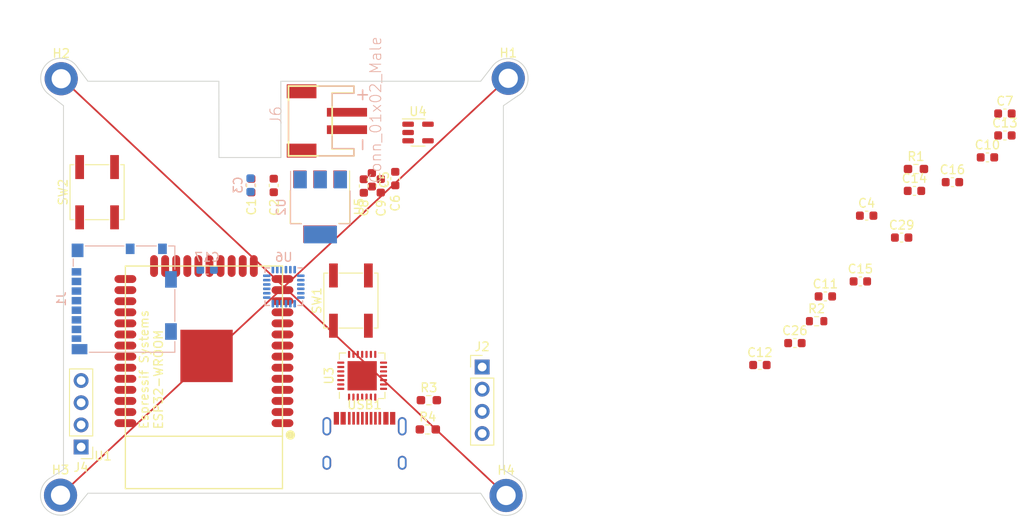
<source format=kicad_pcb>
(kicad_pcb (version 20211014) (generator pcbnew)
  (layers (0 "F.Cu" jumper) (1 "In1.Cu" signal) (2 "In2.Cu" power) (31 "B.Cu" signal) (34 "B.Paste" user) (35 "F.Paste" user) (36 "B.SilkS" user "B.Silkscreen") (37 "F.SilkS" user "F.Silkscreen") (38 "B.Mask" user) (39 "F.Mask" user) (44 "Edge.Cuts" user))
  (net 0 "")
  (net 1 "GND")
  (net 2 "Net-(C29-Pad1)")
  (net 3 "+3V3")
  (net 4 "Net-(C16-Pad1)")
  (net 6 "TXD0")
  (net 7 "RXD0")
  (net 8 "MOTOR_SUPPLY")
  (net 9 "SDA")
  (net 10 "SCL")
  (net 27 "Net-(C7-Pad1)")
  (net 28 "Net-(C14-Pad1)")
  (net 29 "VBAT")
  (net 30 "CS")
  (net 31 "SCLK")
  (net 32 "MISO")
  (net 33 "MOSI")
  (net 36 "Net-(J1-Pad10)")
  (net 65 "Net-(USB1-Pad4)")
  (net 66 "Net-(USB1-Pad10)")
  (net 67 "Net-(U3-Pad4)")
  (net 68 "Net-(U3-Pad5)")
  (net 69 "VBUS")
  (net 72 "MOTOR_A22_IN")
  (net 73 "MOTOR_A21_IN")
  (net 74 "MOTOR_B22_IN")
  (net 75 "MOTOR_B21_IN")
  (net 76 "MOTOR_A31_IN")
  (net 77 "MOTOR_A32_IN")
  (net 78 "MOTOR_B31_IN")
  (net 79 "MOTOR_B32_IN")
  (net 80 "MOTOR_B11_IN")
  (net 81 "MOTOR_B12_IN")
  (net 88 "MOTOR_A12_IN")
  (net 89 "MOTOR_A11_IN")
  (footprint "Capacitor_SMD:C_0603_1608Metric" (layer "F.Cu") (at 167.66 45.82)
    (fp_text reference "C10" (at 0 -1.43) (layer "F.SilkS"))
    (fp_text value "0.1uF")
    (fp_line (start -0.14058 -0.51) (end 0.14058 -0.51) (layer "F.SilkS") (width 0.12))
    (fp_line (start -0.14058 0.51) (end 0.14058 0.51) (layer "F.SilkS") (width 0.12))
    (pad "1" smd roundrect (at -0.775 0) (size 0.9 0.95) (layers "F.Cu" "F.Paste" "F.Mask") (net 3 "+3V3"))
    (pad "2" smd roundrect (at 0.775 0) (size 0.9 0.95) (layers "F.Cu" "F.Paste" "F.Mask") (net 1 "GND"))
  )
  (footprint "Capacitor_SMD:C_0603_1608Metric" (layer "F.Cu") (at 97.13 48.39 -90)
    (fp_text reference "C5" (at 0 -1.43 90) (layer "F.SilkS"))
    (fp_text value "10uF")
    (fp_line (start -0.14058 -0.51) (end 0.14058 -0.51) (layer "F.SilkS") (width 0.12))
    (fp_line (start -0.14058 0.51) (end 0.14058 0.51) (layer "F.SilkS") (width 0.12))
    (pad "1" smd roundrect (at -0.775 0 270) (size 0.9 0.95) (layers "F.Cu" "F.Paste" "F.Mask") (net 8 "MOTOR_SUPPLY"))
    (pad "2" smd roundrect (at 0.775 0 270) (size 0.9 0.95) (layers "F.Cu" "F.Paste" "F.Mask") (net 1 "GND"))
  )
  (footprint "Package_TO_SOT_SMD:SOT-223-3_TabPin2" (layer "F.Cu") (at 91.17 51.47 -90)
    (fp_text reference "U5" (at 0 -4.5 90) (layer "F.SilkS"))
    (fp_text value "AMS1117")
    (fp_line (start -4.1 -3.41) (end 1.91 -3.41) (layer "F.SilkS") (width 0.12))
    (fp_line (start 1.91 3.41) (end 1.91 2.15) (layer "F.SilkS") (width 0.12))
    (fp_line (start -1.85 3.41) (end 1.91 3.41) (layer "F.SilkS") (width 0.12))
    (fp_line (start 1.91 -3.41) (end 1.91 -2.15) (layer "F.SilkS") (width 0.12))
    (pad "1" smd rect (at -3.15 -2.3 270) (size 2 1.5) (layers "F.Cu" "F.Paste" "F.Mask") (net 1 "GND"))
    (pad "2" smd rect (at 3.15 0 270) (size 2 3.8) (layers "F.Cu" "F.Paste" "F.Mask") (net 3 "+3V3"))
    (pad "2" smd rect (at -3.15 0 270) (size 2 1.5) (layers "F.Cu" "F.Paste" "F.Mask") (net 3 "+3V3"))
    (pad "3" smd rect (at -3.15 2.3 270) (size 2 1.5) (layers "F.Cu" "F.Paste" "F.Mask") (net 29 "VBAT"))
  )
  (footprint "MountingHole:MountingHole_2.2mm_M2_DIN965_Pad" (layer "F.Cu") (at 112.76 36.76)
    (fp_text reference "H1" (at 0 -2.9) (layer "F.SilkS"))
    (fp_text value "MountingHole_Pad")
    (pad "1" thru_hole circle (at 0 0) (size 3.8 3.8) (drill 2.2) (layers *.Cu *.Mask) (net 1 "GND"))
  )
  (footprint "Capacitor_SMD:C_0603_1608Metric" (layer "F.Cu") (at 159.3 49.66)
    (fp_text reference "C14" (at 0 -1.43) (layer "F.SilkS"))
    (fp_text value "0.1uF")
    (fp_line (start -0.14058 -0.51) (end 0.14058 -0.51) (layer "F.SilkS") (width 0.12))
    (fp_line (start -0.14058 0.51) (end 0.14058 0.51) (layer "F.SilkS") (width 0.12))
    (pad "1" smd roundrect (at -0.775 0) (size 0.9 0.95) (layers "F.Cu" "F.Paste" "F.Mask") (net 28 "Net-(C14-Pad1)"))
    (pad "2" smd roundrect (at 0.775 0) (size 0.9 0.95) (layers "F.Cu" "F.Paste" "F.Mask") (net 1 "GND"))
  )
  (footprint "Capacitor_SMD:C_0603_1608Metric" (layer "F.Cu") (at 163.65 48.66)
    (fp_text reference "C16" (at 0 -1.43) (layer "F.SilkS"))
    (fp_text value "0.1uF")
    (fp_line (start -0.14058 -0.51) (end 0.14058 -0.51) (layer "F.SilkS") (width 0.12))
    (fp_line (start -0.14058 0.51) (end 0.14058 0.51) (layer "F.SilkS") (width 0.12))
    (pad "1" smd roundrect (at -0.775 0) (size 0.9 0.95) (layers "F.Cu" "F.Paste" "F.Mask") (net 4 "Net-(C16-Pad1)"))
    (pad "2" smd roundrect (at 0.775 0) (size 0.9 0.95) (layers "F.Cu" "F.Paste" "F.Mask") (net 1 "GND"))
  )
  (footprint "Package_DFN_QFN:QFN-28-1EP_5x5mm_P0.5mm_EP3.35x3.35mm" (layer "F.Cu") (at 96.02 70.84 90)
    (fp_text reference "U3" (at 0 -3.8 90) (layer "F.SilkS"))
    (fp_text value "CP2102N-Axx-xQFN28")
    (fp_line (start -2.61 2.61) (end -2.61 1.885) (layer "F.SilkS") (width 0.12))
    (fp_line (start -1.885 -2.61) (end -2.61 -2.61) (layer "F.SilkS") (width 0.12))
    (fp_line (start 1.885 2.61) (end 2.61 2.61) (layer "F.SilkS") (width 0.12))
    (fp_line (start 1.885 -2.61) (end 2.61 -2.61) (layer "F.SilkS") (width 0.12))
    (fp_line (start 2.61 2.61) (end 2.61 1.885) (layer "F.SilkS") (width 0.12))
    (fp_line (start 2.61 -2.61) (end 2.61 -1.885) (layer "F.SilkS") (width 0.12))
    (fp_line (start -1.885 2.61) (end -2.61 2.61) (layer "F.SilkS") (width 0.12))
    (pad "1" smd roundrect (at -2.45 -1.5 90) (size 0.8 0.25) (layers "F.Cu" "F.Paste" "F.Mask"))
    (pad "2" smd roundrect (at -2.45 -1 90) (size 0.8 0.25) (layers "F.Cu" "F.Paste" "F.Mask"))
    (pad "3" smd roundrect (at -2.45 -0.5 90) (size 0.8 0.25) (layers "F.Cu" "F.Paste" "F.Mask") (net 1 "GND"))
    (pad "4" smd roundrect (at -2.45 0 90) (size 0.8 0.25) (layers "F.Cu" "F.Paste" "F.Mask") (net 67 "Net-(U3-Pad4)"))
    (pad "5" smd roundrect (at -2.45 0.5 90) (size 0.8 0.25) (layers "F.Cu" "F.Paste" "F.Mask") (net 68 "Net-(U3-Pad5)"))
    (pad "6" smd roundrect (at -2.45 1 90) (size 0.8 0.25) (layers "F.Cu" "F.Paste" "F.Mask") (net 3 "+3V3"))
    (pad "7" smd roundrect (at -2.45 1.5 90) (size 0.8 0.25) (layers "F.Cu" "F.Paste" "F.Mask") (net 69 "VBUS"))
    (pad "8" smd roundrect (at -1.5 2.45 90) (size 0.25 0.8) (layers "F.Cu" "F.Paste" "F.Mask") (net 69 "VBUS"))
    (pad "9" smd roundrect (at -1 2.45 90) (size 0.25 0.8) (layers "F.Cu" "F.Paste" "F.Mask"))
    (pad "10" smd roundrect (at -0.5 2.45 90) (size 0.25 0.8) (layers "F.Cu" "F.Paste" "F.Mask"))
    (pad "11" smd roundrect (at 0 2.45 90) (size 0.25 0.8) (layers "F.Cu" "F.Paste" "F.Mask"))
    (pad "12" smd roundrect (at 0.5 2.45 90) (size 0.25 0.8) (layers "F.Cu" "F.Paste" "F.Mask"))
    (pad "13" smd roundrect (at 1 2.45 90) (size 0.25 0.8) (layers "F.Cu" "F.Paste" "F.Mask"))
    (pad "14" smd roundrect (at 1.5 2.45 90) (size 0.25 0.8) (layers "F.Cu" "F.Paste" "F.Mask"))
    (pad "15" smd roundrect (at 2.45 1.5 90) (size 0.8 0.25) (layers "F.Cu" "F.Paste" "F.Mask"))
    (pad "16" smd roundrect (at 2.45 1 90) (size 0.8 0.25) (layers "F.Cu" "F.Paste" "F.Mask"))
    (pad "17" smd roundrect (at 2.45 0.5 90) (size 0.8 0.25) (layers "F.Cu" "F.Paste" "F.Mask"))
    (pad "18" smd roundrect (at 2.45 0 90) (size 0.8 0.25) (layers "F.Cu" "F.Paste" "F.Mask"))
    (pad "19" smd roundrect (at 2.45 -0.5 90) (size 0.8 0.25) (layers "F.Cu" "F.Paste" "F.Mask"))
    (pad "20" smd roundrect (at 2.45 -1 90) (size 0.8 0.25) (layers "F.Cu" "F.Paste" "F.Mask"))
    (pad "21" smd roundrect (at 2.45 -1.5 90) (size 0.8 0.25) (layers "F.Cu" "F.Paste" "F.Mask"))
    (pad "22" smd roundrect (at 1.5 -2.45 90) (size 0.25 0.8) (layers "F.Cu" "F.Paste" "F.Mask"))
    (pad "23" smd roundrect (at 1 -2.45 90) (size 0.25 0.8) (layers "F.Cu" "F.Paste" "F.Mask"))
    (pad "24" smd roundrect (at 0.5 -2.45 90) (size 0.25 0.8) (layers "F.Cu" "F.Paste" "F.Mask"))
    (pad "25" smd roundrect (at 0 -2.45 90) (size 0.25 0.8) (layers "F.Cu" "F.Paste" "F.Mask") (net 7 "RXD0"))
    (pad "26" smd roundrect (at -0.5 -2.45 90) (size 0.25 0.8) (layers "F.Cu" "F.Paste" "F.Mask") (net 6 "TXD0"))
    (pad "27" smd roundrect (at -1 -2.45 90) (size 0.25 0.8) (layers "F.Cu" "F.Paste" "F.Mask"))
    (pad "28" smd roundrect (at -1.5 -2.45 90) (size 0.25 0.8) (layers "F.Cu" "F.Paste" "F.Mask"))
    (pad "29" smd rect (at 0 0 90) (size 3.35 3.35) (layers "F.Cu" "F.Mask") (net 1 "GND"))
  )
  (footprint "Capacitor_SMD:C_0603_1608Metric" (layer "F.Cu") (at 99.81 48.25 -90)
    (fp_text reference "C6" (at 2.81 0 90) (layer "F.SilkS"))
    (fp_text value "10uF")
    (fp_line (start -0.14058 -0.51) (end 0.14058 -0.51) (layer "F.SilkS") (width 0.12))
    (fp_line (start -0.14058 0.51) (end 0.14058 0.51) (layer "F.SilkS") (width 0.12))
    (pad "1" smd roundrect (at -0.775 0 270) (size 0.9 0.95) (layers "F.Cu" "F.Paste" "F.Mask") (net 8 "MOTOR_SUPPLY"))
    (pad "2" smd roundrect (at 0.775 0 270) (size 0.9 0.95) (layers "F.Cu" "F.Paste" "F.Mask") (net 1 "GND"))
  )
  (footprint "Capacitor_SMD:C_0603_1608Metric" (layer "F.Cu") (at 85.89 49.04 -90)
    (fp_text reference "C2" (at 2.51 -0.07 90) (layer "F.SilkS"))
    (fp_text value "10uF")
    (fp_line (start -0.14058 -0.51) (end 0.14058 -0.51) (layer "F.SilkS") (width 0.12))
    (fp_line (start -0.14058 0.51) (end 0.14058 0.51) (layer "F.SilkS") (width 0.12))
    (pad "1" smd roundrect (at -0.775 0 270) (size 0.9 0.95) (layers "F.Cu" "F.Paste" "F.Mask") (net 29 "VBAT"))
    (pad "2" smd roundrect (at 0.775 0 270) (size 0.9 0.95) (layers "F.Cu" "F.Paste" "F.Mask") (net 1 "GND"))
  )
  (footprint "Capacitor_SMD:C_0603_1608Metric" (layer "F.Cu") (at 153.82 52.5)
    (fp_text reference "C4" (at 0 -1.43) (layer "F.SilkS"))
    (fp_text value "10uF")
    (fp_line (start -0.14058 -0.51) (end 0.14058 -0.51) (layer "F.SilkS") (width 0.12))
    (fp_line (start -0.14058 0.51) (end 0.14058 0.51) (layer "F.SilkS") (width 0.12))
    (pad "1" smd roundrect (at -0.775 0) (size 0.9 0.95) (layers "F.Cu" "F.Paste" "F.Mask") (net 29 "VBAT"))
    (pad "2" smd roundrect (at 0.775 0) (size 0.9 0.95) (layers "F.Cu" "F.Paste" "F.Mask") (net 1 "GND"))
  )
  (footprint "Capacitor_SMD:C_0603_1608Metric" (layer "F.Cu") (at 145.6 67.1)
    (fp_text reference "C26" (at 0 -1.43) (layer "F.SilkS"))
    (fp_text value "0.1uF")
    (fp_line (start -0.14058 -0.51) (end 0.14058 -0.51) (layer "F.SilkS") (width 0.12))
    (fp_line (start -0.14058 0.51) (end 0.14058 0.51) (layer "F.SilkS") (width 0.12))
    (pad "1" smd roundrect (at -0.775 0) (size 0.9 0.95) (layers "F.Cu" "F.Paste" "F.Mask") (net 3 "+3V3"))
    (pad "2" smd roundrect (at 0.775 0) (size 0.9 0.95) (layers "F.Cu" "F.Paste" "F.Mask") (net 1 "GND"))
  )
  (footprint "Capacitor_SMD:C_0603_1608Metric" (layer "F.Cu") (at 169.66 40.8)
    (fp_text reference "C7" (at 0 -1.43) (layer "F.SilkS"))
    (fp_text value "0.1uF")
    (fp_line (start -0.14058 0.51) (end 0.14058 0.51) (layer "F.SilkS") (width 0.12))
    (fp_line (start -0.14058 -0.51) (end 0.14058 -0.51) (layer "F.SilkS") (width 0.12))
    (pad "1" smd roundrect (at -0.775 0) (size 0.9 0.95) (layers "F.Cu" "F.Paste" "F.Mask") (net 27 "Net-(C7-Pad1)"))
    (pad "2" smd roundrect (at 0.775 0) (size 0.9 0.95) (layers "F.Cu" "F.Paste" "F.Mask") (net 1 "GND"))
  )
  (footprint "Resistor_SMD:R_0603_1608Metric" (layer "F.Cu") (at 148.09 64.59)
    (fp_text reference "R2" (at 0 -1.43) (layer "F.SilkS"))
    (fp_text value "4.7K")
    (fp_line (start -0.237258 -0.5225) (end 0.237258 -0.5225) (layer "F.SilkS") (width 0.12))
    (fp_line (start -0.237258 0.5225) (end 0.237258 0.5225) (layer "F.SilkS") (width 0.12))
    (pad "1" smd roundrect (at -0.825 0) (size 0.8 0.95) (layers "F.Cu" "F.Paste" "F.Mask") (net 3 "+3V3"))
    (pad "2" smd roundrect (at 0.825 0) (size 0.8 0.95) (layers "F.Cu" "F.Paste" "F.Mask") (net 36 "Net-(J1-Pad10)"))
  )
  (footprint "ESP32-footprints-Lib:ESP32-WROOM" (layer "F.Cu") (at 77.89 68.77 180)
    (fp_text reference "U1" (at 11.557 -11.267) (layer "F.SilkS"))
    (fp_text value "ESP32-WROOM")
    (fp_text user "ESP32-WROOM" (at 5.207 -2.504 90) (layer "F.SilkS"))
    (fp_text user "Espressif Systems" (at 6.858 -1.361 90) (layer "F.SilkS"))
    (fp_line (start 9 10.5) (end -9 10.5) (layer "F.SilkS") (width 0.15))
    (fp_line (start 9 -15) (end -9 -15) (layer "F.SilkS") (width 0.15))
    (fp_line (start 9 -15) (end 9 10.5) (layer "F.SilkS") (width 0.15))
    (fp_line (start 9 -9) (end -9 -9) (layer "F.SilkS") (width 0.15))
    (fp_line (start -9 -15) (end -9 10.5) (layer "F.SilkS") (width 0.15))
    (fp_circle (center -9.906 -8.854) (end -10.033 -9.108) (layer "F.SilkS") (width 0.5) (fill none))
    (pad "1" smd oval (at -9 -7.5) (size 2.5 0.9) (layers "F.Cu" "F.Paste" "F.Mask") (net 1 "GND"))
    (pad "2" smd oval (at -9 -6.23) (size 2.5 0.9) (layers "F.Cu" "F.Paste" "F.Mask") (net 3 "+3V3"))
    (pad "3" smd oval (at -9 -4.96) (size 2.5 0.9) (layers "F.Cu" "F.Paste" "F.Mask") (net 27 "Net-(C7-Pad1)"))
    (pad "4" smd oval (at -9 -3.69) (size 2.5 0.9) (layers "F.Cu" "F.Paste" "F.Mask"))
    (pad "5" smd oval (at -9 -2.42) (size 2.5 0.9) (layers "F.Cu" "F.Paste" "F.Mask"))
    (pad "6" smd oval (at -9 -1.15) (size 2.5 0.9) (layers "F.Cu" "F.Paste" "F.Mask") (net 72 "MOTOR_A22_IN"))
    (pad "7" smd oval (at -9 0.12) (size 2.5 0.9) (layers "F.Cu" "F.Paste" "F.Mask") (net 73 "MOTOR_A21_IN"))
    (pad "8" smd oval (at -9 1.39) (size 2.5 0.9) (layers "F.Cu" "F.Paste" "F.Mask") (net 74 "MOTOR_B22_IN"))
    (pad "9" smd oval (at -9 2.66) (size 2.5 0.9) (layers "F.Cu" "F.Paste" "F.Mask") (net 75 "MOTOR_B21_IN"))
    (pad "10" smd oval (at -9 3.93) (size 2.5 0.9) (layers "F.Cu" "F.Paste" "F.Mask") (net 76 "MOTOR_A31_IN"))
    (pad "11" smd oval (at -9 5.2) (size 2.5 0.9) (layers "F.Cu" "F.Paste" "F.Mask") (net 77 "MOTOR_A32_IN"))
    (pad "12" smd oval (at -9 6.47) (size 2.5 0.9) (layers "F.Cu" "F.Paste" "F.Mask") (net 78 "MOTOR_B31_IN"))
    (pad "13" smd oval (at -9 7.74) (size 2.5 0.9) (layers "F.Cu" "F.Paste" "F.Mask") (net 79 "MOTOR_B32_IN"))
    (pad "14" smd oval (at -9 9.01) (size 2.5 0.9) (layers "F.Cu" "F.Paste" "F.Mask") (net 80 "MOTOR_B11_IN"))
    (pad "15" smd oval (at -5.715 10.5) (size 0.9 2.5) (layers "F.Cu" "F.Paste" "F.Mask") (net 1 "GND"))
    (pad "16" smd oval (at -4.445 10.5) (size 0.9 2.5) (layers "F.Cu" "F.Paste" "F.Mask") (net 81 "MOTOR_B12_IN"))
    (pad "17" smd oval (at -3.175 10.5) (size 0.9 2.5) (layers "F.Cu" "F.Paste" "F.Mask"))
    (pad "18" smd oval (at -1.905 10.5) (size 0.9 2.5) (layers "F.Cu" "F.Paste" "F.Mask"))
    (pad "19" smd oval (at -0.635 10.5) (size 0.9 2.5) (layers "F.Cu" "F.Paste" "F.Mask"))
    (pad "20" smd oval (at 0.635 10.5) (size 0.9 2.5) (layers "F.Cu" "F.Paste" "F.Mask"))
    (pad "21" smd oval (at 1.905 10.5) (size 0.9 2.5) (layers "F.Cu" "F.Paste" "F.Mask"))
    (pad "22" smd oval (at 3.175 10.5) (size 0.9 2.5) (layers "F.Cu" "F.Paste" "F.Mask"))
    (pad "23" smd oval (at 4.445 10.5) (size 0.9 2.5) (layers "F.Cu" "F.Paste" "F.Mask") (net 88 "MOTOR_A12_IN"))
    (pad "24" smd oval (at 5.715 10.5) (size 0.9 2.5) (layers "F.Cu" "F.Paste" "F.Mask") (net 89 "MOTOR_A11_IN"))
    (pad "25" smd oval (at 9 9.01) (size 2.5 0.9) (layers "F.Cu" "F.Paste" "F.Mask") (net 28 "Net-(C14-Pad1)"))
    (pad "26" smd oval (at 9 7.74) (size 2.5 0.9) (layers "F.Cu" "F.Paste" "F.Mask"))
    (pad "27" smd oval (at 9 6.47) (size 2.5 0.9) (layers "F.Cu" "F.Paste" "F.Mask"))
    (pad "28" smd oval (at 9 5.2) (size 2.5 0.9) (layers "F.Cu" "F.Paste" "F.Mask"))
    (pad "29" smd oval (at 9 3.93) (size 2.5 0.9) (layers "F.Cu" "F.Paste" "F.Mask") (net 30 "CS"))
    (pad "30" smd oval (at 9 2.66) (size 2.5 0.9) (layers "F.Cu" "F.Paste" "F.Mask") (net 31 "SCLK"))
    (pad "31" smd oval (at 9 1.39) (size 2.5 0.9) (layers "F.Cu" "F.Paste" "F.Mask") (net 32 "MISO"))
    (pad "32" smd oval (at 9 0.12) (size 2.5 0.9) (layers "F.Cu" "F.Paste" "F.Mask"))
    (pad "33" smd oval (at 9 -1.15) (size 2.5 0.9) (layers "F.Cu" "F.Paste" "F.Mask") (net 9 "SDA"))
    (pad "34" smd oval (at 9 -2.42) (size 2.5 0.9) (layers "F.Cu" "F.Paste" "F.Mask") (net 7 "RXD0"))
    (pad "35" smd oval (at 9 -3.69) (size 2.5 0.9) (layers "F.Cu" "F.Paste" "F.Mask") (net 6 "TXD0"))
    (pad "36" smd oval (at 9 -4.96) (size 2.5 0.9) (layers "F.Cu" "F.Paste" "F.Mask") (net 10 "SCL"))
    (pad "37" smd oval (at 9 -6.23) (size 2.5 0.9) (layers "F.Cu" "F.Paste" "F.Mask") (net 33 "MOSI"))
    (pad "38" smd oval (at 9 -7.5) (size 2.5 0.9) (layers "F.Cu" "F.Paste" "F.Mask") (net 1 "GND"))
    (pad "39" smd rect (at -0.3 0.2) (size 6 6) (layers "F.Cu" "F.Paste" "F.Mask") (net 1 "GND"))
  )
  (footprint "Capacitor_SMD:C_0603_1608Metric" (layer "F.Cu") (at 98.15 49.08 90)
    (fp_text reference "C9" (at -2.56 0.04 90) (layer "F.SilkS"))
    (fp_text value "10uF")
    (fp_line (start -0.14058 0.51) (end 0.14058 0.51) (layer "F.SilkS") (width 0.12))
    (fp_line (start -0.14058 -0.51) (end 0.14058 -0.51) (layer "F.SilkS") (width 0.12))
    (pad "1" smd roundrect (at -0.775 0 90) (size 0.9 0.95) (layers "F.Cu" "F.Paste" "F.Mask") (net 3 "+3V3"))
    (pad "2" smd roundrect (at 0.775 0 90) (size 0.9 0.95) (layers "F.Cu" "F.Paste" "F.Mask") (net 1 "GND"))
  )
  (footprint "Connector_PinHeader_2.54mm:PinHeader_1x04_P2.54mm_Vertical" (layer "F.Cu") (at 109.77 69.84)
    (fp_text reference "J2" (at 0 -2.33) (layer "F.SilkS"))
    (fp_text value "Conn_01x04_Male")
    (fp_line (start -1.33 1.27) (end -1.33 8.95) (layer "F.SilkS") (width 0.12))
    (fp_line (start 1.33 1.27) (end 1.33 8.95) (layer "F.SilkS") (width 0.12))
    (fp_line (start -1.33 0) (end -1.33 -1.33) (layer "F.SilkS") (width 0.12))
    (fp_line (start -1.33 8.95) (end 1.33 8.95) (layer "F.SilkS") (width 0.12))
    (fp_line (start -1.33 1.27) (end 1.33 1.27) (layer "F.SilkS") (width 0.12))
    (fp_line (start -1.33 -1.33) (end 0 -1.33) (layer "F.SilkS") (width 0.12))
    (pad "1" thru_hole rect (at 0 0) (size 1.7 1.7) (drill 1) (layers *.Cu *.Mask) (net 6 "TXD0"))
    (pad "2" thru_hole oval (at 0 2.54) (size 1.7 1.7) (drill 1) (layers *.Cu *.Mask) (net 7 "RXD0"))
    (pad "3" thru_hole oval (at 0 5.08) (size 1.7 1.7) (drill 1) (layers *.Cu *.Mask) (net 1 "GND"))
    (pad "4" thru_hole oval (at 0 7.62) (size 1.7 1.7) (drill 1) (layers *.Cu *.Mask) (net 3 "+3V3"))
  )
  (footprint "adafruit:JST-PH-2-SMT-RA" (layer "F.Cu") (at 90.58 41.65 90)
    (fp_text reference "J6" (at 0.635 -4.445 90) (layer "B.SilkS") (effects (font (size 1.27 1.27) (thickness 0.1016))))
    (fp_text value "Conn_01x02_Male" (at 1.27 6.985 90) (layer "B.SilkS") (effects (font (size 1.27 1.27) (thickness 0.1016))))
    (fp_text user "-" (at -2.7178 5.3848 90) (layer "B.SilkS") (effects (font (size 1.4224 1.4224) (thickness 0.1778))))
    (fp_text user "+" (at 2.9972 5.3848 90) (layer "B.SilkS") (effects (font (size 1.4224 1.4224) (thickness 0.1778))))
    (fp_line (start -2.2479 -2.99974) (end 2.2479 -2.99974) (layer "B.SilkS") (width 0.127))
    (fp_line (start 3.99796 4.49834) (end 3.1496 4.49834) (layer "B.SilkS") (width 0.127))
    (fp_line (start 3.1496 4.49834) (end 3.1496 1.99898) (layer "B.SilkS") (width 0.127))
    (fp_line (start -1.74752 1.99898) (end -3.1496 1.99898) (layer "B.SilkS") (width 0.127))
    (fp_line (start -3.1496 4.49834) (end -3.99796 4.49834) (layer "B.SilkS") (width 0.127))
    (fp_line (start 3.99796 0.49784) (end 3.99796 4.49834) (layer "B.SilkS") (width 0.127))
    (fp_line (start -3.99796 4.49834) (end -3.99796 0.49784) (layer "B.SilkS") (width 0.127))
    (fp_line (start -3.1496 1.99898) (end -3.1496 4.49834) (layer "B.SilkS") (width 0.127))
    (fp_line (start 3.1496 1.99898) (end 1.74752 1.99898) (layer "B.SilkS") (width 0.127))
    (fp_line (start -3.99796 4.49834) (end -3.99796 -2.99974) (layer "F.SilkS") (width 0.2032))
    (fp_line (start -3.19786 1.99898) (end -3.19786 4.49834) (layer "F.SilkS") (width 0.2032))
    (fp_line (start 3.99796 -2.99974) (end 3.99796 4.49834) (layer "F.SilkS") (width 0.2032))
    (fp_line (start 3.19786 4.49834) (end 3.19786 1.99898) (layer "F.SilkS") (width 0.2032))
    (fp_line (start -3.19786 4.49834) (end -3.99796 4.49834) (layer "F.SilkS") (width 0.2032))
    (fp_line (start 3.99796 4.49834) (end 3.19786 4.49834) (layer "F.SilkS") (width 0.2032))
    (fp_line (start 3.19786 1.99898) (end -3.19786 1.99898) (layer "F.SilkS") (width 0.2032))
    (fp_line (start -3.99796 -2.99974) (end 3.99796 -2.99974) (layer "F.SilkS") (width 0.2032))
    (pad "1" smd rect locked (at 0.99822 3.69824 90) (size 0.99822 4.59994) (layers "F.Cu" "F.Paste" "F.Mask") (net 1 "GND"))
    (pad "2" smd rect locked (at -0.99822 3.69824 90) (size 0.99822 4.59994) (layers "F.Cu" "F.Paste" "F.Mask") (net 29 "VBAT"))
    (pad "NC1" smd rect locked (at -3.39852 -1.4986 180) (size 3.39852 1.59766) (layers "F.Cu" "F.Paste" "F.Mask"))
    (pad "NC2" smd rect locked (at 3.39852 -1.4986 180) (size 3.39852 1.59766) (layers "F.Cu" "F.Paste" "F.Mask"))
  )
  (footprint "Package_TO_SOT_SMD:SOT-23-5" (layer "F.Cu") (at 102.42 42.97)
    (fp_text reference "U4" (at 0 -2.4) (layer "F.SilkS"))
    (fp_text value "MCP73832-5-OT")
    (fp_line (start 0 1.56) (end -0.8 1.56) (layer "F.SilkS") (width 0.12))
    (fp_line (start 0 1.56) (end 0.8 1.56) (layer "F.SilkS") (width 0.12))
    (fp_line (start 0 -1.56) (end 0.8 -1.56) (layer "F.SilkS") (width 0.12))
    (fp_line (start 0 -1.56) (end -1.8 -1.56) (layer "F.SilkS") (width 0.12))
    (pad "1" smd roundrect (at -1.1375 -0.95) (size 1.325 0.6) (layers "F.Cu" "F.Paste" "F.Mask"))
    (pad "2" smd roundrect (at -1.1375 0) (size 1.325 0.6) (layers "F.Cu" "F.Paste" "F.Mask"))
    (pad "3" smd roundrect (at -1.1375 0.95) (size 1.325 0.6) (layers "F.Cu" "F.Paste" "F.Mask") (net 29 "VBAT"))
    (pad "4" smd roundrect (at 1.1375 0.95) (size 1.325 0.6) (layers "F.Cu" "F.Paste" "F.Mask"))
    (pad "5" smd roundrect (at 1.1375 -0.95) (size 1.325 0.6) (layers "F.Cu" "F.Paste" "F.Mask"))
  )
  (footprint "Resistor_SMD:R_0603_1608Metric_Pad0.98x0.95mm_HandSolder" (layer "F.Cu") (at 159.47 47.15)
    (fp_text reference "R1" (at 0 -1.43) (layer "F.SilkS"))
    (fp_text value "10k")
    (fp_line (start -0.254724 -0.5225) (end 0.254724 -0.5225) (layer "F.SilkS") (width 0.12))
    (fp_line (start -0.254724 0.5225) (end 0.254724 0.5225) (layer "F.SilkS") (width 0.12))
    (pad "1" smd roundrect (at -0.9125 0) (size 0.975 0.95) (layers "F.Cu" "F.Paste" "F.Mask") (net 3 "+3V3"))
    (pad "2" smd roundrect (at 0.9125 0) (size 0.975 0.95) (layers "F.Cu" "F.Paste" "F.Mask") (net 27 "Net-(C7-Pad1)"))
  )
  (footprint "Capacitor_SMD:C_0603_1608Metric" (layer "F.Cu") (at 169.66 43.31)
    (fp_text reference "C13" (at 0 -1.43) (layer "F.SilkS"))
    (fp_text value "0.1uF")
    (fp_line (start -0.14058 -0.51) (end 0.14058 -0.51) (layer "F.SilkS") (width 0.12))
    (fp_line (start -0.14058 0.51) (end 0.14058 0.51) (layer "F.SilkS") (width 0.12))
    (pad "1" smd roundrect (at -0.775 0) (size 0.9 0.95) (layers "F.Cu" "F.Paste" "F.Mask") (net 3 "+3V3"))
    (pad "2" smd roundrect (at 0.775 0) (size 0.9 0.95) (layers "F.Cu" "F.Paste" "F.Mask") (net 1 "GND"))
  )
  (footprint "Capacitor_SMD:C_0603_1608Metric" (layer "F.Cu") (at 157.83 55.01)
    (fp_text reference "C29" (at 0 -1.43) (layer "F.SilkS"))
    (fp_text value "2.2nF")
    (fp_line (start -0.14058 0.51) (end 0.14058 0.51) (layer "F.SilkS") (width 0.12))
    (fp_line (start -0.14058 -0.51) (end 0.14058 -0.51) (layer "F.SilkS") (width 0.12))
    (pad "1" smd roundrect (at -0.775 0) (size 0.9 0.95) (layers "F.Cu" "F.Paste" "F.Mask") (net 2 "Net-(C29-Pad1)"))
    (pad "2" smd roundrect (at 0.775 0) (size 0.9 0.95) (layers "F.Cu" "F.Paste" "F.Mask") (net 1 "GND"))
  )
  (footprint "Capacitor_SMD:C_0603_1608Metric" (layer "F.Cu") (at 153.1 60.03)
    (fp_text reference "C15" (at 0 -1.43) (layer "F.SilkS"))
    (fp_text value "0.1uF")
    (fp_line (start -0.14058 -0.51) (end 0.14058 -0.51) (layer "F.SilkS") (width 0.12))
    (fp_line (start -0.14058 0.51) (end 0.14058 0.51) (layer "F.SilkS") (width 0.12))
    (pad "1" smd roundrect (at -0.775 0) (size 0.9 0.95) (layers "F.Cu" "F.Paste" "F.Mask") (net 3 "+3V3"))
    (pad "2" smd roundrect (at 0.775 0) (size 0.9 0.95) (layers "F.Cu" "F.Paste" "F.Mask") (net 1 "GND"))
  )
  (footprint "MountingHole:MountingHole_2.2mm_M2_DIN965_Pad" (layer "F.Cu") (at 61.46 84.53)
    (fp_text reference "H3" (at 0 -2.9) (layer "F.SilkS"))
    (fp_text value "MountingHole_Pad")
    (pad "1" thru_hole circle (at 0 0) (size 3.8 3.8) (drill 2.2) (layers *.Cu *.Mask) (net 1 "GND"))
  )
  (footprint "Capacitor_SMD:C_0603_1608Metric" (layer "F.Cu") (at 96.21 49.1 -90)
    (fp_text reference "C8" (at 2.52 0 90) (layer "F.SilkS"))
    (fp_text value "10uF")
    (fp_line (start -0.14058 0.51) (end 0.14058 0.51) (layer "F.SilkS") (width 0.12))
    (fp_line (start -0.14058 -0.51) (end 0.14058 -0.51) (layer "F.SilkS") (width 0.12))
    (pad "1" smd roundrect (at -0.775 0 270) (size 0.9 0.95) (layers "F.Cu" "F.Paste" "F.Mask") (net 3 "+3V3"))
    (pad "2" smd roundrect (at 0.775 0 270) (size 0.9 0.95) (layers "F.Cu" "F.Paste" "F.Mask") (net 1 "GND"))
  )
  (footprint "MountingHole:MountingHole_2.2mm_M2_DIN965_Pad" (layer "F.Cu") (at 61.54 36.81)
    (fp_text reference "H2" (at 0 -2.9) (layer "F.SilkS"))
    (fp_text value "MountingHole_Pad")
    (pad "1" thru_hole circle (at 0 0) (size 3.8 3.8) (drill 2.2) (layers *.Cu *.Mask) (net 1 "GND"))
  )
  (footprint "MountingHole:MountingHole_2.2mm_M2_DIN965_Pad" (layer "F.Cu") (at 112.51 84.56)
    (fp_text reference "H4" (at 0 -2.9) (layer "F.SilkS"))
    (fp_text value "MountingHole_Pad")
    (pad "1" thru_hole circle (at 0 0) (size 3.8 3.8) (drill 2.2) (layers *.Cu *.Mask) (net 1 "GND"))
  )
  (footprint "Connector_PinHeader_2.54mm:PinHeader_1x04_P2.54mm_Vertical" (layer "F.Cu") (at 63.82 79.01 180)
    (fp_text reference "J4" (at 0 -2.33) (layer "F.SilkS"))
    (fp_text value "Conn_01x04_Male")
    (fp_line (start -1.33 1.27) (end -1.33 8.95) (layer "F.SilkS") (width 0.12))
    (fp_line (start 1.33 1.27) (end 1.33 8.95) (layer "F.SilkS") (width 0.12))
    (fp_line (start -1.33 8.95) (end 1.33 8.95) (layer "F.SilkS") (width 0.12))
    (fp_line (start -1.33 1.27) (end 1.33 1.27) (layer "F.SilkS") (width 0.12))
    (fp_line (start -1.33 0) (end -1.33 -1.33) (layer "F.SilkS") (width 0.12))
    (fp_line (start -1.33 -1.33) (end 0 -1.33) (layer "F.SilkS") (width 0.12))
    (pad "1" thru_hole rect (at 0 0 180) (size 1.7 1.7) (drill 1) (layers *.Cu *.Mask) (net 6 "TXD0"))
    (pad "2" thru_hole oval (at 0 2.54 180) (size 1.7 1.7) (drill 1) (layers *.Cu *.Mask) (net 7 "RXD0"))
    (pad "3" thru_hole oval (at 0 5.08 180) (size 1.7 1.7) (drill 1) (layers *.Cu *.Mask) (net 1 "GND"))
    (pad "4" thru_hole oval (at 0 7.62 180) (size 1.7 1.7) (drill 1) (layers *.Cu *.Mask) (net 3 "+3V3"))
  )
  (footprint "Button_Switch_SMD:SW_SPST_EVPBF" (layer "F.Cu") (at 65.65 49.81 90)
    (fp_text reference "SW2" (at 0 -3.9 90) (layer "F.SilkS"))
    (fp_text value "SW_Push")
    (fp_line (start -3.15 -3.1) (end 3.15 -3.1) (layer "F.SilkS") (width 0.12))
    (fp_line (start 3.15 -3.1) (end 3.15 -2.65) (layer "F.SilkS") (width 0.12))
    (fp_line (start -3.15 -2.65) (end -3.15 -3.1) (layer "F.SilkS") (width 0.12))
    (fp_line (start 3.15 -1.35) (end 3.15 1.35) (layer "F.SilkS") (width 0.12))
    (fp_line (start -3.15 1.35) (end -3.15 -1.35) (layer "F.SilkS") (width 0.12))
    (fp_line (start -3.15 2.65) (end -3.15 3.1) (layer "F.SilkS") (width 0.12))
    (fp_line (start 3.15 3.1) (end 3.15 2.7) (layer "F.SilkS") (width 0.12))
    (fp_line (start -3.15 3.1) (end 3.15 3.1) (layer "F.SilkS") (width 0.12))
    (pad "1" smd rect (at 2.88 -2 90) (size 2.75 1) (layers "F.Cu" "F.Paste" "F.Mask") (net 28 "Net-(C14-Pad1)"))
    (pad "1" smd rect (at -2.88 -2 90) (size 2.75 1) (layers "F.Cu" "F.Paste" "F.Mask") (net 28 "Net-(C14-Pad1)"))
    (pad "2" smd rect (at -2.88 2 90) (size 2.75 1) (layers "F.Cu" "F.Paste" "F.Mask") (net 1 "GND"))
    (pad "2" smd rect (at 2.88 2 90) (size 2.75 1) (layers "F.Cu" "F.Paste" "F.Mask") (net 1 "GND"))
  )
  (footprint "Type-C:HRO-TYPE-C-31-M-12" (layer "F.Cu") (at 96.29 83.41)
    (fp_text reference "USB1" (at 0 -9.25) (layer "F.SilkS"))
    (fp_text value "HRO-TYPE-C-31-M-12")
    (pad "" np_thru_hole circle locked (at -2.89 -6.25) (size 0.65 0.65) (drill 0.65) (layers *.Cu *.Mask))
    (pad "" np_thru_hole circle locked (at 2.89 -6.25) (size 0.65 0.65) (drill 0.65) (layers *.Cu *.Mask))
    (pad "1" smd rect locked (at -3.225 -7.695) (size 0.6 1.45) (layers "F.Cu" "F.Paste" "F.Mask") (net 1 "GND"))
    (pad "2" smd rect locked (at -2.45 -7.695) (size 0.6 1.45) (layers "F.Cu" "F.Paste" "F.Mask") (net 69 "VBUS"))
    (pad "3" smd rect locked (at -1.75 -7.695) (size 0.3 1.45) (layers "F.Cu" "F.Paste" "F.Mask"))
    (pad "4" smd rect locked (at -1.25 -7.695) (size 0.3 1.45) (layers "F.Cu" "F.Paste" "F.Mask") (net 65 "Net-(USB1-Pad4)"))
    (pad "5" smd rect locked (at -0.75 -7.695) (size 0.3 1.45) (layers "F.Cu" "F.Paste" "F.Mask"))
    (pad "6" smd rect locked (at -0.25 -7.695) (size 0.3 1.45) (layers "F.Cu" "F.Paste" "F.Mask") (net 67 "Net-(U3-Pad4)"))
    (pad "7" smd rect locked (at 0.25 -7.695) (size 0.3 1.45) (layers "F.Cu" "F.Paste" "F.Mask") (net 68 "Net-(U3-Pad5)"))
    (pad "8" smd rect locked (at 0.75 -7.695) (size 0.3 1.45) (layers "F.Cu" "F.Paste" "F.Mask"))
    (pad "9" smd rect locked (at 1.25 -7.695) (size 0.3 1.45) (layers "F.Cu" "F.Paste" "F.Mask"))
    (pad "10" smd rect locked (at 1.75 -7.695) (size 0.3 1.45) (layers "F.Cu" "F.Paste" "F.Mask") (net 66 "Net-(USB1-Pad10)"))
    (pad "11" smd rect locked (at 2.45 -7.695) (size 0.6 1.45) (layers "F.Cu" "F.Paste" "F.Mask") (net 69 "VBUS"))
    (pad "12" smd rect locked (at 3.225 -7.695) (size 0.6 1.45) (layers "F.Cu" "F.Paste" "F.Mask") (net 1 "GND"))
    (pad "13" thru_hole oval locked (at 4.32 -6.78) (size 1 2.1) (drill oval 0.6 1.7) (layers *.Cu "B.Mask") (net 1 "GND"))
    (pad "13" thru_hole oval locked (at -4.32 -2.6) (size 1 1.6) (drill oval 0.6 1.2) (layers *.Cu "B.Mask") (net 1 "GND"))
    (pad "13" thru_hole oval locked (at -4.32 -6.78) (size 1 2.1) (drill oval 0.6 1.7) (layers *.Cu "B.Mask") (net 1 "GND"))
    (pad "13" thru_hole oval locked (at 4.32 -2.6) (size 1 1.6) (drill oval 0.6 1.2) (layers *.Cu "B.Mask") (net 1 "GND"))
  )
  (footprint "Resistor_SMD:R_0603_1608Metric_Pad0.98x0.95mm_HandSolder" (layer "F.Cu") (at 103.5425 76.99)
    (fp_text reference "R4" (at 0 -1.43) (layer "F.SilkS"))
    (fp_text value "5.1k")
    (fp_line (start -0.254724 -0.5225) (end 0.254724 -0.5225) (layer "F.SilkS") (width 0.12))
    (fp_line (start -0.254724 0.5225) (end 0.254724 0.5225) (layer "F.SilkS") (width 0.12))
    (pad "1" smd roundrect (at -0.9125 0) (size 0.975 0.95) (layers "F.Cu" "F.Paste" "F.Mask") (net 66 "Net-(USB1-Pad10)"))
    (pad "2" smd roundrect (at 0.9125 0) (size 0.975 0.95) (layers "F.Cu" "F.Paste" "F.Mask") (net 1 "GND"))
  )
  (footprint "Capacitor_SMD:C_0603_1608Metric" (layer "F.Cu") (at 83.31 49.06 -90)
    (fp_text reference "C1" (at 2.44 -0.03 90) (layer "F.SilkS"))
    (fp_text value "10uF")
    (fp_line (start -0.14058 -0.51) (end 0.14058 -0.51) (layer "F.SilkS") (width 0.12))
    (fp_line (start -0.14058 0.51) (end 0.14058 0.51) (layer "F.SilkS") (width 0.12))
    (pad "1" smd roundrect (at -0.775 0 270) (size 0.9 0.95) (layers "F.Cu" "F.Paste" "F.Mask") (net 29 "VBAT"))
    (pad "2" smd roundrect (at 0.775 0 270) (size 0.9 0.95) (layers "F.Cu" "F.Paste" "F.Mask") (net 1 "GND"))
  )
  (footprint "Capacitor_SMD:C_0603_1608Metric" (layer "F.Cu") (at 141.59 69.61)
    (fp_text reference "C12" (at 0 -1.43) (layer "F.SilkS"))
    (fp_text value "0.1uF")
    (fp_line (start -0.14058 0.51) (end 0.14058 0.51) (layer "F.SilkS") (width 0.12))
    (fp_line (start -0.14058 -0.51) (end 0.14058 -0.51) (layer "F.SilkS") (width 0.12))
    (pad "1" smd roundrect (at -0.775 0) (size 0.9 0.95) (layers "F.Cu" "F.Paste" "F.Mask") (net 3 "+3V3"))
    (pad "2" smd roundrect (at 0.775 0) (size 0.9 0.95) (layers "F.Cu" "F.Paste" "F.Mask") (net 1 "GND"))
  )
  (footprint "Resistor_SMD:R_0603_1608Metric_Pad0.98x0.95mm_HandSolder" (layer "F.Cu") (at 103.6625 73.64)
    (fp_text reference "R3" (at 0 -1.43) (layer "F.SilkS"))
    (fp_text value "5.1k")
    (fp_line (start -0.254724 -0.5225) (end 0.254724 -0.5225) (layer "F.SilkS") (width 0.12))
    (fp_line (start -0.254724 0.5225) (end 0.254724 0.5225) (layer "F.SilkS") (width 0.12))
    (pad "1" smd roundrect (at -0.9125 0) (size 0.975 0.95) (layers "F.Cu" "F.Paste" "F.Mask") (net 65 "Net-(USB1-Pad4)"))
    (pad "2" smd roundrect (at 0.9125 0) (size 0.975 0.95) (layers "F.Cu" "F.Paste" "F.Mask") (net 1 "GND"))
  )
  (footprint "Button_Switch_SMD:SW_SPST_EVPBF" (layer "F.Cu") (at 94.73 62.23 90)
    (fp_text reference "SW1" (at 0 -3.9 90) (layer "F.SilkS"))
    (fp_text value "SW_Push")
    (fp_line (start -3.15 1.35) (end -3.15 -1.35) (layer "F.SilkS") (width 0.12))
    (fp_line (start -3.15 3.1) (end 3.15 3.1) (layer "F.SilkS") (width 0.12))
    (fp_line (start 3.15 3.1) (end 3.15 2.7) (layer "F.SilkS") (width 0.12))
    (fp_line (start -3.15 -3.1) (end 3.15 -3.1) (layer "F.SilkS") (width 0.12))
    (fp_line (start -3.15 2.65) (end -3.15 3.1) (layer "F.SilkS") (width 0.12))
    (fp_line (start 3.15 -3.1) (end 3.15 -2.65) (layer "F.SilkS") (width 0.12))
    (fp_line (start 3.15 -1.35) (end 3.15 1.35) (layer "F.SilkS") (width 0.12))
    (fp_line (start -3.15 -2.65) (end -3.15 -3.1) (layer "F.SilkS") (width 0.12))
    (pad "1" smd rect (at -2.88 -2 90) (size 2.75 1) (layers "F.Cu" "F.Paste" "F.Mask") (net 27 "Net-(C7-Pad1)"))
    (pad "1" smd rect (at 2.88 -2 90) (size 2.75 1) (layers "F.Cu" "F.Paste" "F.Mask") (net 27 "Net-(C7-Pad1)"))
    (pad "2" smd rect (at 2.88 2 90) (size 2.75 1) (layers "F.Cu" "F.Paste" "F.Mask") (net 1 "GND"))
    (pad "2" smd rect (at -2.88 2 90) (size 2.75 1) (layers "F.Cu" "F.Paste" "F.Mask") (net 1 "GND"))
  )
  (footprint "Capacitor_SMD:C_0603_1608Metric" (layer "F.Cu") (at 149.09 61.75)
    (fp_text reference "C11" (at 0 -1.43) (layer "F.SilkS"))
    (fp_text value "0.1uF")
    (fp_line (start -0.14058 -0.51) (end 0.14058 -0.51) (layer "F.SilkS") (width 0.12))
    (fp_line (start -0.14058 0.51) (end 0.14058 0.51) (layer "F.SilkS") (width 0.12))
    (pad "1" smd roundrect (at -0.775 0) (size 0.9 0.95) (layers "F.Cu" "F.Paste" "F.Mask") (net 3 "+3V3"))
    (pad "2" smd roundrect (at 0.775 0) (size 0.9 0.95) (layers "F.Cu" "F.Paste" "F.Mask") (net 1 "GND"))
  )
  (footprint "Sensor_Motion:InvenSense_QFN-24_4x4mm_P0.5mm" (layer "B.Cu") (at 87.04 60.635 180)
    (fp_text reference "U6" (at 0 3.375) (layer "B.SilkS") (effects (justify mirror)))
    (fp_text value "MPU-6050")
    (fp_line (start -2.15 2.15) (end -1.625 2.15) (layer "B.SilkS") (width 0.15))
    (fp_line (start 2.15 2.15) (end 1.625 2.15) (layer "B.SilkS") (width 0.15))
    (fp_line (start 2.15 -2.15) (end 1.625 -2.15) (layer "B.SilkS") (width 0.15))
    (fp_line (start -2.15 -2.15) (end -2.15 -1.625) (layer "B.SilkS") (width 0.15))
    (fp_line (start 2.15 2.15) (end 2.15 1.625) (layer "B.SilkS") (width 0.15))
    (fp_line (start 2.15 -2.15) (end 2.15 -1.625) (layer "B.SilkS") (width 0.15))
    (fp_line (start -2.15 -2.15) (end -1.625 -2.15) (layer "B.SilkS") (width 0.15))
    (pad "1" smd roundrect (at -1.95 1.25 180) (size 0.85 0.3) (layers "B.Cu" "B.Paste" "B.Mask"))
    (pad "2" smd roundrect (at -1.95 0.75 180) (size 0.85 0.3) (layers "B.Cu" "B.Paste" "B.Mask"))
    (pad "3" smd roundrect (at -1.95 0.25 180) (size 0.85 0.3) (layers "B.Cu" "B.Paste" "B.Mask"))
    (pad "4" smd roundrect (at -1.95 -0.25 180) (size 0.85 0.3) (layers "B.Cu" "B.Paste" "B.Mask"))
    (pad "5" smd roundrect (at -1.95 -0.75 180) (size 0.85 0.3) (layers "B.Cu" "B.Paste" "B.Mask"))
    (pad "6" smd roundrect (at -1.95 -1.25 180) (size 0.85 0.3) (layers "B.Cu" "B.Paste" "B.Mask"))
    (pad "7" smd roundrect (at -1.25 -1.95 90) (size 0.85 0.3) (layers "B.Cu" "B.Paste" "B.Mask"))
    (pad "8" smd roundrect (at -0.75 -1.95 90) (size 0.85 0.3) (layers "B.Cu" "B.Paste" "B.Mask") (net 3 "+3V3"))
    (pad "9" smd roundrect (at -0.25 -1.95 90) (size 0.85 0.3) (layers "B.Cu" "B.Paste" "B.Mask"))
    (pad "10" smd roundrect (at 0.25 -1.95 90) (size 0.85 0.3) (layers "B.Cu" "B.Paste" "B.Mask") (net 4 "Net-(C16-Pad1)"))
    (pad "11" smd roundrect (at 0.75 -1.95 90) (size 0.85 0.3) (layers "B.Cu" "B.Paste" "B.Mask") (net 1 "GND"))
    (pad "12" smd roundrect (at 1.25 -1.95 90) (size 0.85 0.3) (layers "B.Cu" "B.Paste" "B.Mask"))
    (pad "13" smd roundrect (at 1.95 -1.25 180) (size 0.85 0.3) (layers "B.Cu" "B.Paste" "B.Mask") (net 3 "+3V3"))
    (pad "14" smd roundrect (at 1.95 -0.75 180) (size 0.85 0.3) (layers "B.Cu" "B.Paste" "B.Mask"))
    (pad "15" smd roundrect (at 1.95 -0.25 180) (size 0.85 0.3) (layers "B.Cu" "B.Paste" "B.Mask"))
    (pad "16" smd roundrect (at 1.95 0.25 180) (size 0.85 0.3) (layers "B.Cu" "B.Paste" "B.Mask"))
    (pad "17" smd roundrect (at 1.95 0.75 180) (size 0.85 0.3) (layers "B.Cu" "B.Paste" "B.Mask"))
    (pad "18" smd roundrect (at 1.95 1.25 180) (size 0.85 0.3) (layers "B.Cu" "B.Paste" "B.Mask") (net 1 "GND"))
    (pad "19" smd roundrect (at 1.25 1.95 90) (size 0.85 0.3) (layers "B.Cu" "B.Paste" "B.Mask"))
    (pad "20" smd roundrect (at 0.75 1.95 90) (size 0.85 0.3) (layers "B.Cu" "B.Paste" "B.Mask") (net 2 "Net-(C29-Pad1)"))
    (pad "21" smd roundrect (at 0.25 1.95 90) (size 0.85 0.3) (layers "B.Cu" "B.Paste" "B.Mask"))
    (pad "22" smd roundrect (at -0.25 1.95 90) (size 0.85 0.3) (layers "B.Cu" "B.Paste" "B.Mask"))
    (pad "23" smd roundrect (at -0.75 1.95 90) (size 0.85 0.3) (layers "B.Cu" "B.Paste" "B.Mask") (net 10 "SCL"))
    (pad "24" smd roundrect (at -1.25 1.95 90) (size 0.85 0.3) (layers "B.Cu" "B.Paste" "B.Mask") (net 9 "SDA"))
  )
  (footprint "Package_TO_SOT_SMD:SOT-223-3_TabPin2" (layer "B.Cu") (at 91.23 51.52 -90)
    (fp_text reference "U2" (at 0 4.5 90) (layer "B.SilkS") (effects (justify mirror)))
    (fp_text value "AMS1117")
    (fp_line (start 1.91 -3.41) (end 1.91 -2.15) (layer "B.SilkS") (width 0.12))
    (fp_line (start -4.1 3.41) (end 1.91 3.41) (layer "B.SilkS") (width 0.12))
    (fp_line (start -1.85 -3.41) (end 1.91 -3.41) (layer "B.SilkS") (width 0.12))
    (fp_line (start 1.91 3.41) (end 1.91 2.15) (layer "B.SilkS") (width 0.12))
    (pad "1" smd rect (at -3.15 2.3 270) (size 2 1.5) (layers "B.Cu" "B.Paste" "B.Mask") (net 1 "GND"))
    (pad "2" smd rect (at -3.15 0 270) (size 2 1.5) (layers "B.Cu" "B.Paste" "B.Mask") (net 8 "MOTOR_SUPPLY"))
    (pad "2" smd rect (at 3.15 0 270) (size 2 3.8) (layers "B.Cu" "B.Paste" "B.Mask") (net 8 "MOTOR_SUPPLY"))
    (pad "3" smd rect (at -3.15 -2.3 270) (size 2 1.5) (layers "B.Cu" "B.Paste" "B.Mask") (net 29 "VBAT"))
  )
  (footprint "Connector_Card:microSD_HC_Molex_104031-0811" (layer "B.Cu") (at 68.7375 62.04 -90)
    (fp_text reference "J1" (at 0 7.18 90) (layer "B.SilkS") (effects (justify mirror)))
    (fp_text value "Micro_SD_Card_Det")
    (fp_line (start 4.88 -5.82) (end 6.11 -5.82) (layer "B.SilkS") (width 0.12))
    (fp_line (start -6.07 -5.1) (end -6.07 -5.82) (layer "B.SilkS") (width 0.12))
    (fp_line (start -6.07 -5.82) (end -3.39 -5.82) (layer "B.SilkS") (width 0.12))
    (fp_line (start 6.11 -5.82) (end 6.11 4) (layer "B.SilkS") (width 0.12))
    (fp_line (start -6.07 -1.4) (end -6.07 -3.7) (layer "B.SilkS") (width 0.12))
    (fp_line (start -6.07 4.45) (end -6.07 0) (layer "B.SilkS") (width 0.12))
    (fp_line (start -4.59 5.82) (end -3.73 5.82) (layer "B.SilkS") (width 0.12))
    (fp_line (start -1.09 -5.82) (end 2.58 -5.82) (layer "B.SilkS") (width 0.12))
    (pad "1" smd rect (at -3.105 5.45 270) (size 0.85 1.1) (layers "B.Cu" "B.Paste" "B.Mask"))
    (pad "2" smd rect (at -2.005 5.45 270) (size 0.85 1.1) (layers "B.Cu" "B.Paste" "B.Mask") (net 30 "CS"))
    (pad "3" smd rect (at -0.905 5.45 270) (size 0.85 1.1) (layers "B.Cu" "B.Paste" "B.Mask") (net 33 "MOSI"))
    (pad "4" smd rect (at 0.195 5.45 270) (size 0.85 1.1) (layers "B.Cu" "B.Paste" "B.Mask") (net 3 "+3V3"))
    (pad "5" smd rect (at 1.295 5.45 270) (size 0.85 1.1) (layers "B.Cu" "B.Paste" "B.Mask") (net 31 "SCLK"))
    (pad "6" smd rect (at 2.395 5.45 270) (size 0.85 1.1) (layers "B.Cu" "B.Paste" "B.Mask") (net 1 "GND"))
    (pad "7" smd rect (at 3.495 5.45 270) (size 0.85 1.1) (layers "B.Cu" "B.Paste" "B.Mask") (net 32 "MISO"))
    (pad "8" smd rect (at 4.545 5.45 270) (size 0.75 1.1) (layers "B.Cu" "B.Paste" "B.Mask"))
    (pad "9" smd rect (at -5.74 -0.7 270) (size 1.2 1) (layers "B.Cu" "B.Paste" "B.Mask"))
    (pad "10" smd rect (at -5.74 -4.4 270) (size 1.2 1) (layers "B.Cu" "B.Paste" "B.Mask") (net 36 "Net-(J1-Pad10)"))
    (pad "11" smd rect (at -2.24 -5.375 270) (size 1.9 1.35) (layers "B.Cu" "B.Paste" "B.Mask") (net 1 "GND"))
    (pad "11" smd rect (at 5.755 5.1 270) (size 1.17 1.8) (layers "B.Cu" "B.Paste" "B.Mask") (net 1 "GND"))
    (pad "11" smd rect (at -5.565 5.325 270) (size 1.55 1.35) (layers "B.Cu" "B.Paste" "B.Mask") (net 1 "GND"))
    (pad "11" smd rect (at 3.73 -5.375 270) (size 1.9 1.35) (layers "B.Cu" "B.Paste" "B.Mask") (net 1 "GND"))
  )
  (footprint "Capacitor_SMD:C_0603_1608Metric" (layer "B.Cu") (at 78.255 58.69 180)
    (fp_text reference "C17" (at 0 1.43) (layer "B.SilkS") (effects (justify mirror)))
    (fp_text value "0.1uF")
    (fp_line (start -0.14058 0.51) (end 0.14058 0.51) (layer "B.SilkS") (width 0.12))
    (fp_line (start -0.14058 -0.51) (end 0.14058 -0.51) (layer "B.SilkS") (width 0.12))
    (pad "1" smd roundrect (at -0.775 0 180) (size 0.9 0.95) (layers "B.Cu" "B.Paste" "B.Mask") (net 1 "GND"))
    (pad "2" smd roundrect (at 0.775 0 180) (size 0.9 0.95) (layers "B.Cu" "B.Paste" "B.Mask") (net 3 "+3V3"))
  )
  (footprint "Capacitor_SMD:C_0603_1608Metric" (layer "B.Cu") (at 83.23 48.99 -90)
    (fp_text reference "C3" (at 0 1.43 90) (layer "B.SilkS") (effects (justify mirror)))
    (fp_text value "10uF")
    (fp_line (start -0.14058 0.51) (end 0.14058 0.51) (layer "B.SilkS") (width 0.12))
    (fp_line (start -0.14058 -0.51) (end 0.14058 -0.51) (layer "B.SilkS") (width 0.12))
    (pad "1" smd roundrect (at -0.775 0 270) (size 0.9 0.95) (layers "B.Cu" "B.Paste" "B.Mask") (net 29 "VBAT"))
    (pad "2" smd roundrect (at 0.775 0 270) (size 0.9 0.95) (layers "B.Cu" "B.Paste" "B.Mask") (net 1 "GND"))
  )
  (gr_line (start 61.55 36.72) (end 112.53 84.55) (layer "F.Cu") (width 0.2))
  (gr_line (start 112.81 36.64) (end 61.46 84.52) (layer "F.Cu") (width 0.2))
  (gr_arc (start 60 38.5) (mid 59.962216 35.030512) (end 63.4 35.5) (layer "Edge.Cuts") (width 0.1))
  (gr_line (start 64.6 37.1) (end 79.6 37.1) (layer "Edge.Cuts") (width 0.1))
  (gr_line (start 61.8 81.6) (end 60.2 82.6) (layer "Edge.Cuts") (width 0.1))
  (gr_line (start 64.6 84.3) (end 109.6 84.3) (layer "Edge.Cuts") (width 0.1))
  (gr_line (start 109.6 37.1) (end 111 35.3) (layer "Edge.Cuts") (width 0.1))
  (gr_arc (start 63.2 86) (mid 59.730536 86.037762) (end 60.2 82.6) (layer "Edge.Cuts") (width 0.1))
  (gr_line (start 64.6 84.3) (end 63.2 86) (layer "Edge.Cuts") (width 0.1))
  (gr_line (start 79.6 37.1) (end 79.61 45.84) (layer "Edge.Cuts") (width 0.1))
  (gr_line (start 86.7 37.1) (end 109.6 37.1) (layer "Edge.Cuts") (width 0.1))
  (gr_line (start 63.4 35.5) (end 64.6 37.1) (layer "Edge.Cuts") (width 0.1))
  (gr_line (start 86.71 45.84) (end 79.61 45.84) (layer "Edge.Cuts") (width 0.1))
  (gr_arc (start 111 35.3) (mid 114.529109 35.346713) (end 113.8 38.8) (layer "Edge.Cuts") (width 0.1))
  (gr_line (start 112.2 81.6) (end 114 82.8) (layer "Edge.Cuts") (width 0.1))
  (gr_line (start 112.2 81.6) (end 112.2 39.9) (layer "Edge.Cuts") (width 0.1))
  (gr_line (start 86.7 37.1) (end 86.71 45.84) (layer "Edge.Cuts") (width 0.1))
  (gr_line (start 60 38.5) (end 61.8 39.9) (layer "Edge.Cuts") (width 0.1))
  (gr_line (start 61.8 81.6) (end 61.8 39.9) (layer "Edge.Cuts") (width 0.1))
  (gr_line (start 112.2 39.9) (end 113.8 38.8) (layer "Edge.Cuts") (width 0.1))
  (gr_line (start 109.6 84.3) (end 110.6 85.8) (layer "Edge.Cuts") (width 0.1))
  (gr_arc (start 114 82.8) (mid 114.037762 86.269464) (end 110.6 85.8) (layer "Edge.Cuts") (width 0.1))
)
</source>
